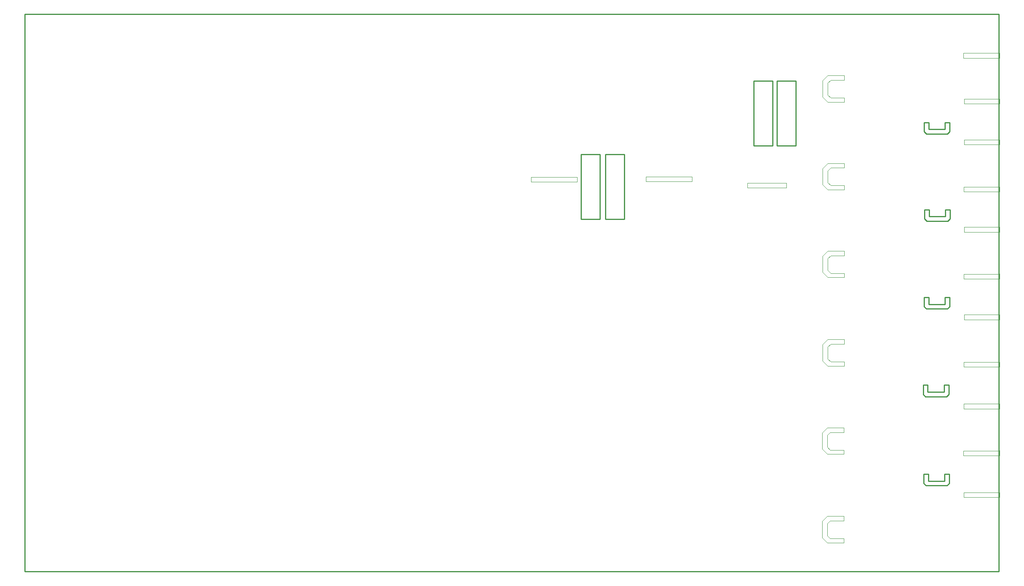
<source format=gko>
G04*
G04 #@! TF.GenerationSoftware,Altium Limited,CircuitMaker,2.2.1 (2.2.1.6)*
G04*
G04 Layer_Color=16720538*
%FSLAX24Y24*%
%MOIN*%
G70*
G04*
G04 #@! TF.SameCoordinates,A2895FC5-3AE1-40D1-BB98-85C0BD90A9E4*
G04*
G04*
G04 #@! TF.FilePolarity,Positive*
G04*
G01*
G75*
%ADD10C,0.0100*%
%ADD23C,0.0010*%
%ADD24C,0.0001*%
D10*
X92047Y9961D02*
Y57244D01*
X90118D02*
X92047D01*
X89921D02*
X90118D01*
X9705Y9961D02*
X92047D01*
X9528D02*
X9705D01*
X9528D02*
Y57244D01*
X89921D01*
X73255Y46108D02*
Y51608D01*
Y46108D02*
X74855D01*
Y51608D01*
X73255D02*
X74855D01*
X71287Y46108D02*
Y51608D01*
Y46108D02*
X72887D01*
Y51608D01*
X71287D02*
X72887D01*
X58259Y39853D02*
Y45353D01*
X56659D02*
X58259D01*
X56659Y39853D02*
Y45353D01*
Y39853D02*
X58259D01*
X60309D02*
Y45353D01*
X58709D02*
X60309D01*
X58709Y39853D02*
Y45353D01*
Y39853D02*
X60309D01*
X87677Y32244D02*
X87874Y32441D01*
Y33228D01*
X87480Y32638D02*
Y33228D01*
X85906Y32244D02*
X87677D01*
X86102Y32638D02*
X87480D01*
X86102Y47480D02*
Y48071D01*
X87677Y47087D02*
X87874Y47283D01*
Y48071D01*
X87480Y47480D02*
Y48071D01*
X85709Y47283D02*
Y48071D01*
Y47283D02*
X85906Y47087D01*
X86102Y47480D02*
X87480D01*
X85906Y47087D02*
X87677D01*
X85709Y48071D02*
X86102D01*
X87480D02*
X87874D01*
X86142Y40079D02*
Y40669D01*
X87717Y39685D02*
X87913Y39882D01*
Y40669D01*
X87520Y40079D02*
Y40669D01*
X85748Y39882D02*
Y40669D01*
Y39882D02*
X85945Y39685D01*
X86142Y40079D02*
X87520D01*
X85945Y39685D02*
X87717D01*
X85748Y40669D02*
X86142D01*
X87520D02*
X87913D01*
X86102Y32638D02*
Y33228D01*
X85709Y32441D02*
Y33228D01*
Y32441D02*
X85906Y32244D01*
X85709Y33228D02*
X86102D01*
X87480D02*
X87874D01*
X86063Y17638D02*
Y18228D01*
X87638Y17244D02*
X87835Y17441D01*
Y18228D01*
X87441Y17638D02*
Y18228D01*
X85669Y17441D02*
Y18228D01*
Y17441D02*
X85866Y17244D01*
X86063Y17638D02*
X87441D01*
X85866Y17244D02*
X87638D01*
X85669Y18228D02*
X86063D01*
X87441D02*
X87835D01*
X87795Y25787D02*
X87795Y25787D01*
X87402Y25787D02*
X87795D01*
X86024Y25197D02*
Y25787D01*
X87598Y24803D02*
X87795Y25000D01*
Y25787D01*
X87402Y25197D02*
Y25787D01*
X85630D02*
X86024D01*
X85630Y25000D02*
Y25787D01*
Y25000D02*
X85827Y24803D01*
X86024Y25197D02*
X87402D01*
X85827Y24803D02*
X87598D01*
D23*
X92087Y10006D02*
Y57250D01*
X42047Y10000D02*
X92087D01*
X9500Y57250D02*
X92087D01*
X9500Y10000D02*
Y57250D01*
Y10000D02*
Y57250D01*
Y10000D02*
X42900D01*
X77559Y52047D02*
X78937D01*
X77126Y51614D02*
X77559Y52047D01*
X77126Y50236D02*
Y51614D01*
Y50236D02*
X77559Y49803D01*
X78937D01*
Y50157D01*
X77795D02*
X78937D01*
X77559Y50394D02*
X77795Y50157D01*
X77559Y50394D02*
Y51417D01*
X77795Y51654D01*
X78937D01*
Y52047D01*
X77559Y44606D02*
X78937D01*
X77126Y44173D02*
X77559Y44606D01*
X77126Y42795D02*
Y44173D01*
Y42795D02*
X77559Y42362D01*
X78937D01*
Y42717D01*
X77795D02*
X78937D01*
X77559Y42953D02*
X77795Y42717D01*
X77559Y42953D02*
Y43976D01*
X77795Y44213D01*
X78937D01*
Y44606D01*
X77559Y37165D02*
X78937D01*
X77126Y36732D02*
X77559Y37165D01*
X77126Y35354D02*
Y36732D01*
Y35354D02*
X77559Y34921D01*
X78937D01*
Y35276D01*
X77795D02*
X78937D01*
X77559Y35512D02*
X77795Y35276D01*
X77559Y35512D02*
Y36535D01*
X77795Y36772D01*
X78937D01*
Y37165D01*
X77559Y29646D02*
X78937D01*
X77126Y29213D02*
X77559Y29646D01*
X77126Y27835D02*
Y29213D01*
Y27835D02*
X77559Y27402D01*
X78937D01*
Y27756D01*
X77795D02*
X78937D01*
X77559Y27992D02*
X77795Y27756D01*
X77559Y27992D02*
Y29016D01*
X77795Y29252D01*
X78937D01*
Y29646D01*
X77520Y14646D02*
X78898D01*
X77087Y14213D02*
X77520Y14646D01*
X77087Y12835D02*
Y14213D01*
Y12835D02*
X77520Y12402D01*
X78898D01*
Y12756D01*
X77756D02*
X78898D01*
X77520Y12992D02*
X77756Y12756D01*
X77520Y12992D02*
Y14016D01*
X77756Y14252D01*
X78898D01*
Y14646D01*
Y21772D02*
Y22165D01*
X77756Y21772D02*
X78898D01*
X77520Y21535D02*
X77756Y21772D01*
X77520Y20512D02*
Y21535D01*
Y20512D02*
X77756Y20276D01*
X78898D01*
Y19921D02*
Y20276D01*
X77520Y19921D02*
X78898D01*
X77087Y20354D02*
X77520Y19921D01*
X77087Y20354D02*
Y21732D01*
X77520Y22165D01*
X78898D01*
D24*
X92126Y16246D02*
Y16654D01*
X90412Y27723D02*
X92126D01*
X89062Y27316D02*
X92126D01*
Y27723D01*
X90448Y31746D02*
X92126D01*
X89098Y31339D02*
X92126D01*
Y31654D02*
Y31755D01*
Y31348D02*
Y31450D01*
Y35118D02*
Y35220D01*
Y34813D02*
Y34914D01*
Y39094D02*
Y39196D01*
Y38789D02*
Y38891D01*
Y39094D01*
Y42198D02*
Y42605D01*
X89062Y42198D02*
X92126D01*
X89098Y49646D02*
Y50053D01*
X92126Y49646D02*
Y50053D01*
X90448D02*
X92126D01*
X89098D02*
X90448D01*
X89098Y49646D02*
X92126D01*
X90448Y46589D02*
X92126D01*
X89098Y46181D02*
X92126D01*
Y46589D01*
Y19813D02*
Y19914D01*
Y20118D02*
Y20220D01*
Y19914D02*
Y20118D01*
X90412Y20204D02*
X92126D01*
X89055Y19796D02*
X92126D01*
X89062Y16246D02*
Y16654D01*
X90412D01*
X89062Y16246D02*
X92126D01*
X90412Y16654D02*
X92126D01*
X89055Y19796D02*
Y20204D01*
X90412D01*
X89062Y23773D02*
Y24180D01*
X92126Y23773D02*
Y24180D01*
X89062D02*
X90412D01*
X89062Y23773D02*
X92126D01*
X90412Y24180D02*
X92126D01*
X89062Y27316D02*
Y27723D01*
X90412D01*
X89098Y31339D02*
Y31746D01*
X92126Y31450D02*
Y31654D01*
X89098Y31746D02*
X90448D01*
X89062Y34796D02*
Y35204D01*
X92126Y34914D02*
Y35118D01*
X89062Y35204D02*
X90412D01*
X89062Y34796D02*
X92126D01*
X90412Y35204D02*
X92126D01*
X89102Y38773D02*
Y39180D01*
X90452D01*
X89102Y38773D02*
X92126D01*
X90452Y39180D02*
X92126D01*
X89062Y42198D02*
Y42605D01*
X90412D01*
X92126D01*
X89098Y46181D02*
Y46589D01*
X90448D01*
X89055Y53536D02*
Y53944D01*
X92126Y53536D02*
Y53944D01*
X89055D02*
X90405D01*
X89055Y53536D02*
X92126D01*
X90405Y53944D02*
X92126D01*
X72102Y42927D02*
X74052D01*
X70752Y42520D02*
X74052D01*
X70752Y42927D02*
X72102D01*
X74052Y42520D02*
Y42927D01*
X70752Y42520D02*
Y42927D01*
X52420Y43032D02*
Y43429D01*
Y43032D02*
X54370D01*
X56320D01*
Y43429D01*
X52420D02*
X56320D01*
X62144Y43072D02*
Y43465D01*
Y43072D02*
X66044D01*
Y43465D01*
X64094D02*
X66044D01*
X62144D02*
X64094D01*
X9500Y10000D02*
Y57250D01*
M02*

</source>
